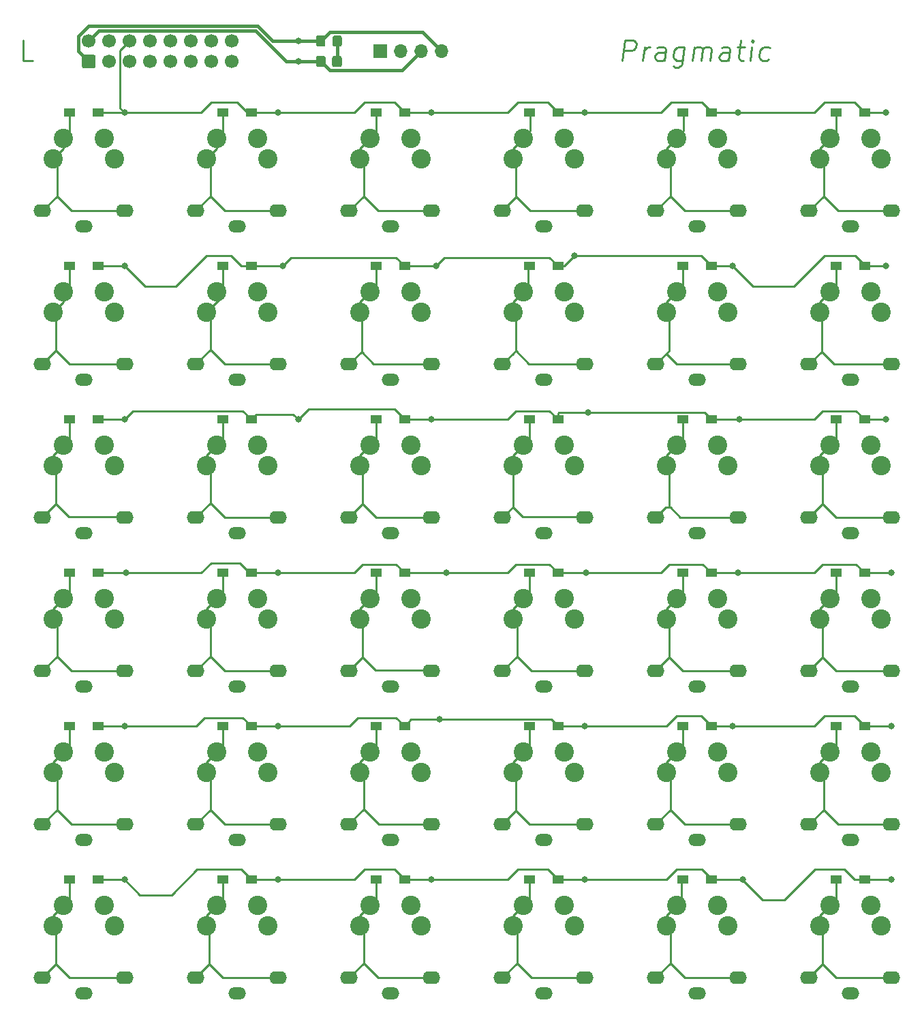
<source format=gtl>
%TF.GenerationSoftware,KiCad,Pcbnew,(5.1.12-1-10_14)*%
%TF.CreationDate,2021-11-20T16:42:31+08:00*%
%TF.ProjectId,Pragmatic,50726167-6d61-4746-9963-2e6b69636164,0.2*%
%TF.SameCoordinates,Original*%
%TF.FileFunction,Copper,L1,Top*%
%TF.FilePolarity,Positive*%
%FSLAX46Y46*%
G04 Gerber Fmt 4.6, Leading zero omitted, Abs format (unit mm)*
G04 Created by KiCad (PCBNEW (5.1.12-1-10_14)) date 2021-11-20 16:42:31*
%MOMM*%
%LPD*%
G01*
G04 APERTURE LIST*
%TA.AperFunction,NonConductor*%
%ADD10C,0.254000*%
%TD*%
%ADD11C,0.254000*%
%TA.AperFunction,ComponentPad*%
%ADD12C,2.400000*%
%TD*%
%TA.AperFunction,ComponentPad*%
%ADD13O,2.200000X1.600000*%
%TD*%
%TA.AperFunction,ComponentPad*%
%ADD14O,2.200000X1.500000*%
%TD*%
%TA.AperFunction,ComponentPad*%
%ADD15C,1.700000*%
%TD*%
%TA.AperFunction,ComponentPad*%
%ADD16O,1.700000X1.700000*%
%TD*%
%TA.AperFunction,ComponentPad*%
%ADD17R,1.700000X1.700000*%
%TD*%
%TA.AperFunction,SMDPad,CuDef*%
%ADD18R,1.400000X1.000000*%
%TD*%
%TA.AperFunction,ViaPad*%
%ADD19C,0.800000*%
%TD*%
%TA.AperFunction,Conductor*%
%ADD20C,0.250000*%
%TD*%
%TA.AperFunction,Conductor*%
%ADD21C,0.400000*%
%TD*%
G04 APERTURE END LIST*
D10*
X50824190Y-42424047D02*
X49614666Y-42424047D01*
X49614666Y-39884047D01*
D11*
X124095404Y-42424047D02*
X124412904Y-39884047D01*
X125380523Y-39884047D01*
X125607308Y-40005000D01*
X125713142Y-40125952D01*
X125803856Y-40367857D01*
X125758499Y-40730714D01*
X125607308Y-40972619D01*
X125471237Y-41093571D01*
X125214213Y-41214523D01*
X124246594Y-41214523D01*
X126635404Y-42424047D02*
X126847070Y-40730714D01*
X126786594Y-41214523D02*
X126937785Y-40972619D01*
X127073856Y-40851666D01*
X127330880Y-40730714D01*
X127572785Y-40730714D01*
X129296356Y-42424047D02*
X129462666Y-41093571D01*
X129371951Y-40851666D01*
X129145166Y-40730714D01*
X128661356Y-40730714D01*
X128404332Y-40851666D01*
X129311475Y-42303095D02*
X129054451Y-42424047D01*
X128449689Y-42424047D01*
X128222904Y-42303095D01*
X128132189Y-42061190D01*
X128162427Y-41819285D01*
X128313618Y-41577380D01*
X128570642Y-41456428D01*
X129175404Y-41456428D01*
X129432427Y-41335476D01*
X131806118Y-40730714D02*
X131549094Y-42786904D01*
X131397904Y-43028809D01*
X131261832Y-43149761D01*
X131004808Y-43270714D01*
X130641951Y-43270714D01*
X130415166Y-43149761D01*
X131609570Y-42303095D02*
X131352547Y-42424047D01*
X130868737Y-42424047D01*
X130641951Y-42303095D01*
X130536118Y-42182142D01*
X130445404Y-41940238D01*
X130536118Y-41214523D01*
X130687308Y-40972619D01*
X130823380Y-40851666D01*
X131080404Y-40730714D01*
X131564213Y-40730714D01*
X131790999Y-40851666D01*
X132803975Y-42424047D02*
X133015642Y-40730714D01*
X132985404Y-40972619D02*
X133121475Y-40851666D01*
X133378499Y-40730714D01*
X133741356Y-40730714D01*
X133968142Y-40851666D01*
X134058856Y-41093571D01*
X133892547Y-42424047D01*
X134058856Y-41093571D02*
X134210047Y-40851666D01*
X134467070Y-40730714D01*
X134829927Y-40730714D01*
X135056713Y-40851666D01*
X135147427Y-41093571D01*
X134981118Y-42424047D01*
X137279213Y-42424047D02*
X137445523Y-41093571D01*
X137354808Y-40851666D01*
X137128023Y-40730714D01*
X136644213Y-40730714D01*
X136387189Y-40851666D01*
X137294332Y-42303095D02*
X137037308Y-42424047D01*
X136432547Y-42424047D01*
X136205761Y-42303095D01*
X136115047Y-42061190D01*
X136145285Y-41819285D01*
X136296475Y-41577380D01*
X136553499Y-41456428D01*
X137158261Y-41456428D01*
X137415285Y-41335476D01*
X138337547Y-40730714D02*
X139305166Y-40730714D01*
X138806237Y-39884047D02*
X138534094Y-42061190D01*
X138624808Y-42303095D01*
X138851594Y-42424047D01*
X139093499Y-42424047D01*
X139940166Y-42424047D02*
X140151832Y-40730714D01*
X140257666Y-39884047D02*
X140121594Y-40005000D01*
X140227427Y-40125952D01*
X140363499Y-40005000D01*
X140257666Y-39884047D01*
X140227427Y-40125952D01*
X142253380Y-42303095D02*
X141996356Y-42424047D01*
X141512547Y-42424047D01*
X141285761Y-42303095D01*
X141179927Y-42182142D01*
X141089213Y-41940238D01*
X141179927Y-41214523D01*
X141331118Y-40972619D01*
X141467189Y-40851666D01*
X141724213Y-40730714D01*
X142208023Y-40730714D01*
X142434808Y-40851666D01*
D12*
X60960000Y-54610000D03*
D13*
X62250000Y-61050000D03*
D12*
X54610000Y-52070000D03*
X53340000Y-54610000D03*
D13*
X52050000Y-61050000D03*
D12*
X59690000Y-52070000D03*
X59690000Y-52070000D03*
D13*
X52050000Y-61050000D03*
D14*
X57150000Y-63050000D03*
D12*
X53340000Y-54610000D03*
D15*
X75565000Y-40005000D03*
X73025000Y-40005000D03*
X70485000Y-40005000D03*
X67945000Y-40005000D03*
X65405000Y-40005000D03*
X62865000Y-40005000D03*
X60325000Y-40005000D03*
X57785000Y-40005000D03*
X75565000Y-42545000D03*
X73025000Y-42545000D03*
X70485000Y-42545000D03*
X67945000Y-42545000D03*
X65405000Y-42545000D03*
X62865000Y-42545000D03*
X60325000Y-42545000D03*
%TA.AperFunction,ComponentPad*%
G36*
G01*
X58385000Y-43395000D02*
X57185000Y-43395000D01*
G75*
G02*
X56935000Y-43145000I0J250000D01*
G01*
X56935000Y-41945000D01*
G75*
G02*
X57185000Y-41695000I250000J0D01*
G01*
X58385000Y-41695000D01*
G75*
G02*
X58635000Y-41945000I0J-250000D01*
G01*
X58635000Y-43145000D01*
G75*
G02*
X58385000Y-43395000I-250000J0D01*
G01*
G37*
%TD.AperFunction*%
D16*
X101600000Y-41275000D03*
X99060000Y-41275000D03*
X96520000Y-41275000D03*
D17*
X93980000Y-41275000D03*
%TA.AperFunction,SMDPad,CuDef*%
G36*
G01*
X88030000Y-42995001D02*
X88030000Y-42094999D01*
G75*
G02*
X88279999Y-41845000I249999J0D01*
G01*
X88980001Y-41845000D01*
G75*
G02*
X89230000Y-42094999I0J-249999D01*
G01*
X89230000Y-42995001D01*
G75*
G02*
X88980001Y-43245000I-249999J0D01*
G01*
X88279999Y-43245000D01*
G75*
G02*
X88030000Y-42995001I0J249999D01*
G01*
G37*
%TD.AperFunction*%
%TA.AperFunction,SMDPad,CuDef*%
G36*
G01*
X86030000Y-42995001D02*
X86030000Y-42094999D01*
G75*
G02*
X86279999Y-41845000I249999J0D01*
G01*
X86980001Y-41845000D01*
G75*
G02*
X87230000Y-42094999I0J-249999D01*
G01*
X87230000Y-42995001D01*
G75*
G02*
X86980001Y-43245000I-249999J0D01*
G01*
X86279999Y-43245000D01*
G75*
G02*
X86030000Y-42995001I0J249999D01*
G01*
G37*
%TD.AperFunction*%
%TA.AperFunction,SMDPad,CuDef*%
G36*
G01*
X88080000Y-40455001D02*
X88080000Y-39554999D01*
G75*
G02*
X88329999Y-39305000I249999J0D01*
G01*
X88980001Y-39305000D01*
G75*
G02*
X89230000Y-39554999I0J-249999D01*
G01*
X89230000Y-40455001D01*
G75*
G02*
X88980001Y-40705000I-249999J0D01*
G01*
X88329999Y-40705000D01*
G75*
G02*
X88080000Y-40455001I0J249999D01*
G01*
G37*
%TD.AperFunction*%
%TA.AperFunction,SMDPad,CuDef*%
G36*
G01*
X86030000Y-40455001D02*
X86030000Y-39554999D01*
G75*
G02*
X86279999Y-39305000I249999J0D01*
G01*
X86930001Y-39305000D01*
G75*
G02*
X87180000Y-39554999I0J-249999D01*
G01*
X87180000Y-40455001D01*
G75*
G02*
X86930001Y-40705000I-249999J0D01*
G01*
X86279999Y-40705000D01*
G75*
G02*
X86030000Y-40455001I0J249999D01*
G01*
G37*
%TD.AperFunction*%
D12*
X156210000Y-149860000D03*
D13*
X157500000Y-156300000D03*
D12*
X149860000Y-147320000D03*
X148590000Y-149860000D03*
D13*
X147300000Y-156300000D03*
D12*
X154940000Y-147320000D03*
X154940000Y-147320000D03*
D13*
X147300000Y-156300000D03*
D14*
X152400000Y-158300000D03*
D12*
X148590000Y-149860000D03*
X137160000Y-149860000D03*
D13*
X138450000Y-156300000D03*
D12*
X130810000Y-147320000D03*
X129540000Y-149860000D03*
D13*
X128250000Y-156300000D03*
D12*
X135890000Y-147320000D03*
X135890000Y-147320000D03*
D13*
X128250000Y-156300000D03*
D14*
X133350000Y-158300000D03*
D12*
X129540000Y-149860000D03*
X118110000Y-149860000D03*
D13*
X119400000Y-156300000D03*
D12*
X111760000Y-147320000D03*
X110490000Y-149860000D03*
D13*
X109200000Y-156300000D03*
D12*
X116840000Y-147320000D03*
X116840000Y-147320000D03*
D13*
X109200000Y-156300000D03*
D14*
X114300000Y-158300000D03*
D12*
X110490000Y-149860000D03*
X99060000Y-149860000D03*
D13*
X100350000Y-156300000D03*
D12*
X92710000Y-147320000D03*
X91440000Y-149860000D03*
D13*
X90150000Y-156300000D03*
D12*
X97790000Y-147320000D03*
X97790000Y-147320000D03*
D13*
X90150000Y-156300000D03*
D14*
X95250000Y-158300000D03*
D12*
X91440000Y-149860000D03*
X80010000Y-149860000D03*
D13*
X81300000Y-156300000D03*
D12*
X73660000Y-147320000D03*
X72390000Y-149860000D03*
D13*
X71100000Y-156300000D03*
D12*
X78740000Y-147320000D03*
X78740000Y-147320000D03*
D13*
X71100000Y-156300000D03*
D14*
X76200000Y-158300000D03*
D12*
X72390000Y-149860000D03*
X60960000Y-149860000D03*
D13*
X62250000Y-156300000D03*
D12*
X54610000Y-147320000D03*
X53340000Y-149860000D03*
D13*
X52050000Y-156300000D03*
D12*
X59690000Y-147320000D03*
X59690000Y-147320000D03*
D13*
X52050000Y-156300000D03*
D14*
X57150000Y-158300000D03*
D12*
X53340000Y-149860000D03*
X156210000Y-130810000D03*
D13*
X157500000Y-137250000D03*
D12*
X149860000Y-128270000D03*
X148590000Y-130810000D03*
D13*
X147300000Y-137250000D03*
D12*
X154940000Y-128270000D03*
X154940000Y-128270000D03*
D13*
X147300000Y-137250000D03*
D14*
X152400000Y-139250000D03*
D12*
X148590000Y-130810000D03*
X137160000Y-130810000D03*
D13*
X138450000Y-137250000D03*
D12*
X130810000Y-128270000D03*
X129540000Y-130810000D03*
D13*
X128250000Y-137250000D03*
D12*
X135890000Y-128270000D03*
X135890000Y-128270000D03*
D13*
X128250000Y-137250000D03*
D14*
X133350000Y-139250000D03*
D12*
X129540000Y-130810000D03*
X118110000Y-130810000D03*
D13*
X119400000Y-137250000D03*
D12*
X111760000Y-128270000D03*
X110490000Y-130810000D03*
D13*
X109200000Y-137250000D03*
D12*
X116840000Y-128270000D03*
X116840000Y-128270000D03*
D13*
X109200000Y-137250000D03*
D14*
X114300000Y-139250000D03*
D12*
X110490000Y-130810000D03*
X99060000Y-130810000D03*
D13*
X100350000Y-137250000D03*
D12*
X92710000Y-128270000D03*
X91440000Y-130810000D03*
D13*
X90150000Y-137250000D03*
D12*
X97790000Y-128270000D03*
X97790000Y-128270000D03*
D13*
X90150000Y-137250000D03*
D14*
X95250000Y-139250000D03*
D12*
X91440000Y-130810000D03*
X80010000Y-130810000D03*
D13*
X81300000Y-137250000D03*
D12*
X73660000Y-128270000D03*
X72390000Y-130810000D03*
D13*
X71100000Y-137250000D03*
D12*
X78740000Y-128270000D03*
X78740000Y-128270000D03*
D13*
X71100000Y-137250000D03*
D14*
X76200000Y-139250000D03*
D12*
X72390000Y-130810000D03*
X60960000Y-130810000D03*
D13*
X62250000Y-137250000D03*
D12*
X54610000Y-128270000D03*
X53340000Y-130810000D03*
D13*
X52050000Y-137250000D03*
D12*
X59690000Y-128270000D03*
X59690000Y-128270000D03*
D13*
X52050000Y-137250000D03*
D14*
X57150000Y-139250000D03*
D12*
X53340000Y-130810000D03*
X156210000Y-111760000D03*
D13*
X157500000Y-118200000D03*
D12*
X149860000Y-109220000D03*
X148590000Y-111760000D03*
D13*
X147300000Y-118200000D03*
D12*
X154940000Y-109220000D03*
X154940000Y-109220000D03*
D13*
X147300000Y-118200000D03*
D14*
X152400000Y-120200000D03*
D12*
X148590000Y-111760000D03*
X137160000Y-111760000D03*
D13*
X138450000Y-118200000D03*
D12*
X130810000Y-109220000D03*
X129540000Y-111760000D03*
D13*
X128250000Y-118200000D03*
D12*
X135890000Y-109220000D03*
X135890000Y-109220000D03*
D13*
X128250000Y-118200000D03*
D14*
X133350000Y-120200000D03*
D12*
X129540000Y-111760000D03*
X118110000Y-111760000D03*
D13*
X119400000Y-118200000D03*
D12*
X111760000Y-109220000D03*
X110490000Y-111760000D03*
D13*
X109200000Y-118200000D03*
D12*
X116840000Y-109220000D03*
X116840000Y-109220000D03*
D13*
X109200000Y-118200000D03*
D14*
X114300000Y-120200000D03*
D12*
X110490000Y-111760000D03*
X99060000Y-111760000D03*
D13*
X100350000Y-118200000D03*
D12*
X92710000Y-109220000D03*
X91440000Y-111760000D03*
D13*
X90150000Y-118200000D03*
D12*
X97790000Y-109220000D03*
X97790000Y-109220000D03*
D13*
X90150000Y-118200000D03*
D14*
X95250000Y-120200000D03*
D12*
X91440000Y-111760000D03*
X80010000Y-111760000D03*
D13*
X81300000Y-118200000D03*
D12*
X73660000Y-109220000D03*
X72390000Y-111760000D03*
D13*
X71100000Y-118200000D03*
D12*
X78740000Y-109220000D03*
X78740000Y-109220000D03*
D13*
X71100000Y-118200000D03*
D14*
X76200000Y-120200000D03*
D12*
X72390000Y-111760000D03*
X60960000Y-111760000D03*
D13*
X62250000Y-118200000D03*
D12*
X54610000Y-109220000D03*
X53340000Y-111760000D03*
D13*
X52050000Y-118200000D03*
D12*
X59690000Y-109220000D03*
X59690000Y-109220000D03*
D13*
X52050000Y-118200000D03*
D14*
X57150000Y-120200000D03*
D12*
X53340000Y-111760000D03*
X156210000Y-92710000D03*
D13*
X157500000Y-99150000D03*
D12*
X149860000Y-90170000D03*
X148590000Y-92710000D03*
D13*
X147300000Y-99150000D03*
D12*
X154940000Y-90170000D03*
X154940000Y-90170000D03*
D13*
X147300000Y-99150000D03*
D14*
X152400000Y-101150000D03*
D12*
X148590000Y-92710000D03*
X137160000Y-92710000D03*
D13*
X138450000Y-99150000D03*
D12*
X130810000Y-90170000D03*
X129540000Y-92710000D03*
D13*
X128250000Y-99150000D03*
D12*
X135890000Y-90170000D03*
X135890000Y-90170000D03*
D13*
X128250000Y-99150000D03*
D14*
X133350000Y-101150000D03*
D12*
X129540000Y-92710000D03*
X118110000Y-92710000D03*
D13*
X119400000Y-99150000D03*
D12*
X111760000Y-90170000D03*
X110490000Y-92710000D03*
D13*
X109200000Y-99150000D03*
D12*
X116840000Y-90170000D03*
X116840000Y-90170000D03*
D13*
X109200000Y-99150000D03*
D14*
X114300000Y-101150000D03*
D12*
X110490000Y-92710000D03*
X99060000Y-92710000D03*
D13*
X100350000Y-99150000D03*
D12*
X92710000Y-90170000D03*
X91440000Y-92710000D03*
D13*
X90150000Y-99150000D03*
D12*
X97790000Y-90170000D03*
X97790000Y-90170000D03*
D13*
X90150000Y-99150000D03*
D14*
X95250000Y-101150000D03*
D12*
X91440000Y-92710000D03*
X80010000Y-92710000D03*
D13*
X81300000Y-99150000D03*
D12*
X73660000Y-90170000D03*
X72390000Y-92710000D03*
D13*
X71100000Y-99150000D03*
D12*
X78740000Y-90170000D03*
X78740000Y-90170000D03*
D13*
X71100000Y-99150000D03*
D14*
X76200000Y-101150000D03*
D12*
X72390000Y-92710000D03*
X60960000Y-92710000D03*
D13*
X62250000Y-99150000D03*
D12*
X54610000Y-90170000D03*
X53340000Y-92710000D03*
D13*
X52050000Y-99150000D03*
D12*
X59690000Y-90170000D03*
X59690000Y-90170000D03*
D13*
X52050000Y-99150000D03*
D14*
X57150000Y-101150000D03*
D12*
X53340000Y-92710000D03*
X156210000Y-73660000D03*
D13*
X157500000Y-80100000D03*
D12*
X149860000Y-71120000D03*
X148590000Y-73660000D03*
D13*
X147300000Y-80100000D03*
D12*
X154940000Y-71120000D03*
X154940000Y-71120000D03*
D13*
X147300000Y-80100000D03*
D14*
X152400000Y-82100000D03*
D12*
X148590000Y-73660000D03*
X137160000Y-73660000D03*
D13*
X138450000Y-80100000D03*
D12*
X130810000Y-71120000D03*
X129540000Y-73660000D03*
D13*
X128250000Y-80100000D03*
D12*
X135890000Y-71120000D03*
X135890000Y-71120000D03*
D13*
X128250000Y-80100000D03*
D14*
X133350000Y-82100000D03*
D12*
X129540000Y-73660000D03*
X118110000Y-73660000D03*
D13*
X119400000Y-80100000D03*
D12*
X111760000Y-71120000D03*
X110490000Y-73660000D03*
D13*
X109200000Y-80100000D03*
D12*
X116840000Y-71120000D03*
X116840000Y-71120000D03*
D13*
X109200000Y-80100000D03*
D14*
X114300000Y-82100000D03*
D12*
X110490000Y-73660000D03*
X99060000Y-73660000D03*
D13*
X100350000Y-80100000D03*
D12*
X92710000Y-71120000D03*
X91440000Y-73660000D03*
D13*
X90150000Y-80100000D03*
D12*
X97790000Y-71120000D03*
X97790000Y-71120000D03*
D13*
X90150000Y-80100000D03*
D14*
X95250000Y-82100000D03*
D12*
X91440000Y-73660000D03*
X156210000Y-54610000D03*
D13*
X157500000Y-61050000D03*
D12*
X149860000Y-52070000D03*
X148590000Y-54610000D03*
D13*
X147300000Y-61050000D03*
D12*
X154940000Y-52070000D03*
X154940000Y-52070000D03*
D13*
X147300000Y-61050000D03*
D14*
X152400000Y-63050000D03*
D12*
X148590000Y-54610000D03*
X137160000Y-54610000D03*
D13*
X138450000Y-61050000D03*
D12*
X130810000Y-52070000D03*
X129540000Y-54610000D03*
D13*
X128250000Y-61050000D03*
D12*
X135890000Y-52070000D03*
X135890000Y-52070000D03*
D13*
X128250000Y-61050000D03*
D14*
X133350000Y-63050000D03*
D12*
X129540000Y-54610000D03*
X118110000Y-54610000D03*
D13*
X119400000Y-61050000D03*
D12*
X111760000Y-52070000D03*
X110490000Y-54610000D03*
D13*
X109200000Y-61050000D03*
D12*
X116840000Y-52070000D03*
X116840000Y-52070000D03*
D13*
X109200000Y-61050000D03*
D14*
X114300000Y-63050000D03*
D12*
X110490000Y-54610000D03*
X99060000Y-54610000D03*
D13*
X100350000Y-61050000D03*
D12*
X92710000Y-52070000D03*
X91440000Y-54610000D03*
D13*
X90150000Y-61050000D03*
D12*
X97790000Y-52070000D03*
X97790000Y-52070000D03*
D13*
X90150000Y-61050000D03*
D14*
X95250000Y-63050000D03*
D12*
X91440000Y-54610000D03*
D18*
X150625000Y-144145000D03*
X154175000Y-144145000D03*
X131575000Y-144145000D03*
X135125000Y-144145000D03*
X112525000Y-144145000D03*
X116075000Y-144145000D03*
X93475000Y-144145000D03*
X97025000Y-144145000D03*
X74425000Y-144145000D03*
X77975000Y-144145000D03*
X55375000Y-144145000D03*
X58925000Y-144145000D03*
X150625000Y-125095000D03*
X154175000Y-125095000D03*
X131575000Y-125095000D03*
X135125000Y-125095000D03*
X112525000Y-125095000D03*
X116075000Y-125095000D03*
X93475000Y-125095000D03*
X97025000Y-125095000D03*
X74425000Y-125095000D03*
X77975000Y-125095000D03*
X55375000Y-125095000D03*
X58925000Y-125095000D03*
X150625000Y-106045000D03*
X154175000Y-106045000D03*
X131575000Y-106045000D03*
X135125000Y-106045000D03*
X112525000Y-106045000D03*
X116075000Y-106045000D03*
X93475000Y-106045000D03*
X97025000Y-106045000D03*
X74425000Y-106045000D03*
X77975000Y-106045000D03*
X55375000Y-106045000D03*
X58925000Y-106045000D03*
X150625000Y-86995000D03*
X154175000Y-86995000D03*
X131575000Y-86995000D03*
X135125000Y-86995000D03*
X112525000Y-86995000D03*
X116075000Y-86995000D03*
X93475000Y-86995000D03*
X97025000Y-86995000D03*
X74425000Y-86995000D03*
X77975000Y-86995000D03*
X55375000Y-86995000D03*
X58925000Y-86995000D03*
X150625000Y-67945000D03*
X154175000Y-67945000D03*
X131575000Y-67945000D03*
X135125000Y-67945000D03*
X112525000Y-67945000D03*
X116075000Y-67945000D03*
X93475000Y-67945000D03*
X97025000Y-67945000D03*
X150625000Y-48895000D03*
X154175000Y-48895000D03*
X131575000Y-48895000D03*
X135125000Y-48895000D03*
X112525000Y-48895000D03*
X116075000Y-48895000D03*
X93475000Y-48895000D03*
X97025000Y-48895000D03*
D12*
X80010000Y-73660000D03*
D13*
X81300000Y-80100000D03*
D12*
X73660000Y-71120000D03*
X72390000Y-73660000D03*
D13*
X71100000Y-80100000D03*
D12*
X78740000Y-71120000D03*
X78740000Y-71120000D03*
D13*
X71100000Y-80100000D03*
D14*
X76200000Y-82100000D03*
D12*
X72390000Y-73660000D03*
X60960000Y-73660000D03*
D13*
X62250000Y-80100000D03*
D12*
X54610000Y-71120000D03*
X53340000Y-73660000D03*
D13*
X52050000Y-80100000D03*
D12*
X59690000Y-71120000D03*
X59690000Y-71120000D03*
D13*
X52050000Y-80100000D03*
D14*
X57150000Y-82100000D03*
D12*
X53340000Y-73660000D03*
X80010000Y-54610000D03*
D13*
X81300000Y-61050000D03*
D12*
X73660000Y-52070000D03*
X72390000Y-54610000D03*
D13*
X71100000Y-61050000D03*
D12*
X78740000Y-52070000D03*
X78740000Y-52070000D03*
D13*
X71100000Y-61050000D03*
D14*
X76200000Y-63050000D03*
D12*
X72390000Y-54610000D03*
D18*
X74425000Y-67945000D03*
X77975000Y-67945000D03*
X55375000Y-67945000D03*
X58925000Y-67945000D03*
X74425000Y-48895000D03*
X77975000Y-48895000D03*
X55375000Y-48895000D03*
X58925000Y-48895000D03*
D19*
X100330000Y-48895000D03*
X62230000Y-48895000D03*
X156845000Y-48895000D03*
X81280000Y-48895000D03*
X119380000Y-48895000D03*
X138430000Y-48895000D03*
X118110000Y-66675000D03*
X137795000Y-67945006D03*
X62230000Y-67945000D03*
X100965000Y-67945000D03*
X81914998Y-67945000D03*
X156845000Y-67945000D03*
X83820000Y-42545000D03*
X83820000Y-86995000D03*
X62230022Y-86995000D03*
X119824999Y-86169999D03*
X156845000Y-86995000D03*
X100329992Y-86995000D03*
X138620001Y-86995000D03*
X83820000Y-40005000D03*
X157480000Y-106045000D03*
X102235000Y-106045000D03*
X81280000Y-106045000D03*
X119570001Y-106045000D03*
X138430000Y-106045000D03*
X62420015Y-106045000D03*
X101409999Y-124269999D03*
X137795000Y-125095000D03*
X119380018Y-125095000D03*
X157480000Y-125095000D03*
X81280020Y-125095000D03*
X62230000Y-125095000D03*
X139065000Y-144145004D03*
X81280000Y-144145000D03*
X62230009Y-144145009D03*
X100330000Y-144145014D03*
X119379996Y-144145000D03*
X157480000Y-144145000D03*
X88654982Y-40005000D03*
D20*
X55375000Y-48895000D02*
X55375000Y-51305000D01*
X54610000Y-52070000D02*
X54610000Y-53340000D01*
X54610000Y-53340000D02*
X53340000Y-54610000D01*
X55375000Y-51305000D02*
X54610000Y-52070000D01*
X53848000Y-59252000D02*
X52050000Y-61050000D01*
X53848000Y-55118000D02*
X53848000Y-59252000D01*
X53340000Y-54610000D02*
X53848000Y-55118000D01*
X55646000Y-61050000D02*
X62250000Y-61050000D01*
X53848000Y-59252000D02*
X55646000Y-61050000D01*
X135255000Y-48895000D02*
X135255000Y-49010000D01*
X97025000Y-48895000D02*
X100330000Y-48895000D01*
X61689999Y-48354999D02*
X62230000Y-48895000D01*
X61689999Y-41180001D02*
X61689999Y-48354999D01*
X62865000Y-40005000D02*
X61689999Y-41180001D01*
X154175000Y-48895000D02*
X156845000Y-48895000D01*
X77975000Y-48895000D02*
X81280000Y-48895000D01*
X90805000Y-48895000D02*
X81280000Y-48895000D01*
X95755000Y-47625000D02*
X92075000Y-47625000D01*
X92075000Y-47625000D02*
X90805000Y-48895000D01*
X97025000Y-48895000D02*
X95755000Y-47625000D01*
X116075000Y-48895000D02*
X119380000Y-48895000D01*
X135255000Y-48895000D02*
X138430000Y-48895000D01*
X114805000Y-47625000D02*
X116075000Y-48895000D01*
X111125000Y-47625000D02*
X114805000Y-47625000D01*
X109855000Y-48895000D02*
X111125000Y-47625000D01*
X100330000Y-48895000D02*
X109855000Y-48895000D01*
X128905000Y-48895000D02*
X119380000Y-48895000D01*
X130175000Y-47625000D02*
X128905000Y-48895000D01*
X133985000Y-47625000D02*
X130175000Y-47625000D01*
X135255000Y-48895000D02*
X133985000Y-47625000D01*
X149225000Y-47625000D02*
X147955000Y-48895000D01*
X147955000Y-48895000D02*
X138430000Y-48895000D01*
X152905000Y-47625000D02*
X149225000Y-47625000D01*
X154175000Y-48895000D02*
X152905000Y-47625000D01*
X77470000Y-48895000D02*
X77975000Y-48895000D01*
X76200000Y-47625000D02*
X77470000Y-48895000D01*
X71755000Y-48895000D02*
X73025000Y-47625000D01*
X73025000Y-47625000D02*
X76200000Y-47625000D01*
X58925000Y-48895000D02*
X71755000Y-48895000D01*
X73660000Y-53340000D02*
X72390000Y-54610000D01*
X73660000Y-52070000D02*
X73660000Y-53340000D01*
X74425000Y-51305000D02*
X73660000Y-52070000D01*
X74425000Y-48895000D02*
X74425000Y-51305000D01*
X72898000Y-55118000D02*
X72898000Y-59252000D01*
X72898000Y-59252000D02*
X71100000Y-61050000D01*
X72390000Y-54610000D02*
X72898000Y-55118000D01*
X74696000Y-61050000D02*
X81300000Y-61050000D01*
X72898000Y-59252000D02*
X74696000Y-61050000D01*
X53721000Y-78429000D02*
X52050000Y-80100000D01*
X53721000Y-74041000D02*
X53721000Y-78429000D01*
X53340000Y-73660000D02*
X53721000Y-74041000D01*
X54610000Y-72390000D02*
X53340000Y-73660000D01*
X54610000Y-71120000D02*
X54610000Y-72390000D01*
X55375000Y-70355000D02*
X54610000Y-71120000D01*
X55375000Y-67945000D02*
X55375000Y-70355000D01*
X55392000Y-80100000D02*
X62250000Y-80100000D01*
X53721000Y-78429000D02*
X55392000Y-80100000D01*
X133855000Y-66675000D02*
X135125000Y-67945000D01*
X118110000Y-66675000D02*
X133855000Y-66675000D01*
X116840000Y-67945000D02*
X118110000Y-66675000D01*
X116075000Y-67945000D02*
X116840000Y-67945000D01*
X135125000Y-67945000D02*
X137794994Y-67945000D01*
X137794994Y-67945000D02*
X137795000Y-67945006D01*
X58925000Y-67945000D02*
X62230000Y-67945000D01*
X76720001Y-67945000D02*
X77975000Y-67945000D01*
X75450001Y-66675000D02*
X76720001Y-67945000D01*
X72390000Y-66675000D02*
X75450001Y-66675000D01*
X68580000Y-70485000D02*
X72390000Y-66675000D01*
X64770000Y-70485000D02*
X68580000Y-70485000D01*
X62230000Y-67945000D02*
X64770000Y-70485000D01*
X97025000Y-67945000D02*
X100965000Y-67945000D01*
X101999999Y-66910001D02*
X100965000Y-67945000D01*
X116075000Y-67945000D02*
X115040001Y-66910001D01*
X115040001Y-66910001D02*
X101999999Y-66910001D01*
X77975000Y-67945000D02*
X81914998Y-67945000D01*
X97025000Y-67945000D02*
X95990001Y-66910001D01*
X95990001Y-66910001D02*
X82949997Y-66910001D01*
X82949997Y-66910001D02*
X81914998Y-67945000D01*
X154175000Y-67945000D02*
X156845000Y-67945000D01*
X140335000Y-70485000D02*
X137795000Y-67945000D01*
X145415000Y-70485000D02*
X140335000Y-70485000D01*
X154175000Y-67822500D02*
X153027500Y-66675000D01*
X149225000Y-66675000D02*
X145415000Y-70485000D01*
X153027500Y-66675000D02*
X149225000Y-66675000D01*
X137795000Y-67945000D02*
X137795000Y-67945006D01*
X154175000Y-67945000D02*
X154175000Y-67822500D01*
X74425000Y-71625000D02*
X72390000Y-73660000D01*
X74425000Y-67945000D02*
X74425000Y-71625000D01*
X72898000Y-78302000D02*
X71100000Y-80100000D01*
X72898000Y-74168000D02*
X72898000Y-78302000D01*
X72390000Y-73660000D02*
X72898000Y-74168000D01*
X74696000Y-80100000D02*
X81300000Y-80100000D01*
X72898000Y-78302000D02*
X74696000Y-80100000D01*
D21*
X86995000Y-42545000D02*
X83820000Y-42545000D01*
X96689990Y-43645010D02*
X87730010Y-43645010D01*
X87730010Y-43645010D02*
X86630000Y-42545000D01*
X99060000Y-41275000D02*
X96689990Y-43645010D01*
X78546457Y-38754999D02*
X82336458Y-42545000D01*
X57785000Y-40005000D02*
X59035001Y-38754999D01*
X82336458Y-42545000D02*
X83820000Y-42545000D01*
X59035001Y-38754999D02*
X78546457Y-38754999D01*
D20*
X83185000Y-86360000D02*
X83820000Y-86995000D01*
X78610000Y-86360000D02*
X83185000Y-86360000D01*
X77975000Y-86995000D02*
X78610000Y-86360000D01*
X58925000Y-86995000D02*
X62230022Y-86995000D01*
X76940001Y-85960001D02*
X63265021Y-85960001D01*
X77975000Y-86995000D02*
X76940001Y-85960001D01*
X63265021Y-85960001D02*
X62230022Y-86995000D01*
X85090000Y-85725000D02*
X83820000Y-86995000D01*
X95755000Y-85725000D02*
X85090000Y-85725000D01*
X97025000Y-86995000D02*
X95755000Y-85725000D01*
X134299999Y-86169999D02*
X135125000Y-86995000D01*
X116075000Y-86245000D02*
X116150001Y-86169999D01*
X116075000Y-86995000D02*
X116075000Y-86245000D01*
X119824999Y-86169999D02*
X134299999Y-86169999D01*
X116150001Y-86169999D02*
X119824999Y-86169999D01*
X154175000Y-86995000D02*
X156845000Y-86995000D01*
X97025000Y-86995000D02*
X100329992Y-86995000D01*
X110889999Y-85960001D02*
X109855000Y-86995000D01*
X109855000Y-86995000D02*
X100329992Y-86995000D01*
X115040001Y-85960001D02*
X110889999Y-85960001D01*
X116075000Y-86995000D02*
X115040001Y-85960001D01*
X135125000Y-86995000D02*
X138620001Y-86995000D01*
X147955000Y-86995000D02*
X138620001Y-86995000D01*
X153140001Y-85960001D02*
X148989999Y-85960001D01*
X148989999Y-85960001D02*
X147955000Y-86995000D01*
X154175000Y-86995000D02*
X153140001Y-85960001D01*
D21*
X86605000Y-40005000D02*
X83820000Y-40005000D01*
X87705010Y-38904990D02*
X86605000Y-40005000D01*
X99229990Y-38904990D02*
X87705010Y-38904990D01*
X101600000Y-41275000D02*
X99229990Y-38904990D01*
X80645000Y-40005000D02*
X83820000Y-40005000D01*
X78794988Y-38154988D02*
X80645000Y-40005000D01*
X56515000Y-39370000D02*
X57730012Y-38154988D01*
X56515000Y-41275000D02*
X56515000Y-39370000D01*
X57785000Y-42545000D02*
X56515000Y-41275000D01*
X57730012Y-38154988D02*
X78794988Y-38154988D01*
D20*
X157480000Y-106045000D02*
X154175000Y-106045000D01*
X97025000Y-106045000D02*
X102235000Y-106045000D01*
X109855000Y-106045000D02*
X102235000Y-106045000D01*
X115039992Y-105009992D02*
X110890008Y-105009992D01*
X110890008Y-105009992D02*
X109855000Y-106045000D01*
X116075000Y-106045000D02*
X115039992Y-105009992D01*
X77975000Y-106045000D02*
X81280000Y-106045000D01*
X90805000Y-106045000D02*
X81280000Y-106045000D01*
X91839999Y-105010001D02*
X90805000Y-106045000D01*
X95990001Y-105010001D02*
X91839999Y-105010001D01*
X97025000Y-106045000D02*
X95990001Y-105010001D01*
X116075000Y-106045000D02*
X119570001Y-106045000D01*
X128905000Y-106045000D02*
X119570001Y-106045000D01*
X129939999Y-105010001D02*
X128905000Y-106045000D01*
X134090001Y-105010001D02*
X129939999Y-105010001D01*
X135125000Y-106045000D02*
X134090001Y-105010001D01*
X135125000Y-106045000D02*
X138430000Y-106045000D01*
X147955000Y-106045000D02*
X138430000Y-106045000D01*
X148989999Y-105010001D02*
X147955000Y-106045000D01*
X153140001Y-105010001D02*
X148989999Y-105010001D01*
X154175000Y-106045000D02*
X153140001Y-105010001D01*
X58925000Y-106045000D02*
X62420015Y-106045000D01*
X71755000Y-106045000D02*
X62420015Y-106045000D01*
X72980002Y-104819998D02*
X71755000Y-106045000D01*
X76554998Y-104819998D02*
X72980002Y-104819998D01*
X77780000Y-106045000D02*
X76554998Y-104819998D01*
X77975000Y-106045000D02*
X77780000Y-106045000D01*
X115249999Y-124269999D02*
X116075000Y-125095000D01*
X97025000Y-125095000D02*
X97850001Y-124269999D01*
X101409999Y-124269999D02*
X115249999Y-124269999D01*
X97850001Y-124269999D02*
X101409999Y-124269999D01*
X137795000Y-125095000D02*
X135125000Y-125095000D01*
X116075000Y-125095000D02*
X119380018Y-125095000D01*
X129540000Y-125095000D02*
X119380018Y-125095000D01*
X130810000Y-123825000D02*
X129540000Y-125095000D01*
X133855000Y-123825000D02*
X130810000Y-123825000D01*
X135125000Y-125095000D02*
X133855000Y-123825000D01*
X152905000Y-123825000D02*
X154175000Y-125095000D01*
X149225000Y-123825000D02*
X152905000Y-123825000D01*
X147955000Y-125095000D02*
X149225000Y-123825000D01*
X137795000Y-125095000D02*
X147955000Y-125095000D01*
X154175000Y-125095000D02*
X157480000Y-125095000D01*
X77975000Y-125095000D02*
X81280020Y-125095000D01*
X90170000Y-125095000D02*
X81280020Y-125095000D01*
X91204999Y-124060001D02*
X90170000Y-125095000D01*
X95990001Y-124060001D02*
X91204999Y-124060001D01*
X97025000Y-125095000D02*
X95990001Y-124060001D01*
X58925000Y-125095000D02*
X62230000Y-125095000D01*
X72154999Y-124060001D02*
X71120000Y-125095000D01*
X71120000Y-125095000D02*
X62230000Y-125095000D01*
X76940001Y-124060001D02*
X72154999Y-124060001D01*
X77975000Y-125095000D02*
X76940001Y-124060001D01*
X77975000Y-144145000D02*
X81280000Y-144145000D01*
X58925000Y-144145000D02*
X62230000Y-144145000D01*
X62230000Y-144145000D02*
X62230009Y-144145009D01*
X76705000Y-142875000D02*
X71244999Y-142875000D01*
X68069999Y-146050000D02*
X64135000Y-146050000D01*
X77975000Y-144145000D02*
X76705000Y-142875000D01*
X71244999Y-142875000D02*
X68069999Y-146050000D01*
X64135000Y-146050000D02*
X62230009Y-144145009D01*
X100329986Y-144145000D02*
X100330000Y-144145014D01*
X97025000Y-144145000D02*
X100329986Y-144145000D01*
X116075000Y-144145000D02*
X119379996Y-144145000D01*
X90805000Y-144145000D02*
X81280000Y-144145000D01*
X92075000Y-142875000D02*
X90805000Y-144145000D01*
X95755000Y-142875000D02*
X92075000Y-142875000D01*
X97025000Y-144145000D02*
X95755000Y-142875000D01*
X109854989Y-144145014D02*
X100330000Y-144145014D01*
X111125003Y-142875000D02*
X109854989Y-144145014D01*
X114805000Y-142875000D02*
X111125003Y-142875000D01*
X116075000Y-144145000D02*
X114805000Y-142875000D01*
X154175000Y-144145000D02*
X157480000Y-144145000D01*
X133985000Y-142875000D02*
X130810000Y-142875000D01*
X135255004Y-144145004D02*
X133985000Y-142875000D01*
X129540000Y-144145000D02*
X119379996Y-144145000D01*
X141514999Y-146685000D02*
X138975003Y-144145004D01*
X144235001Y-146685000D02*
X141514999Y-146685000D01*
X130810000Y-142875000D02*
X129540000Y-144145000D01*
X148045001Y-142875000D02*
X144235001Y-146685000D01*
X138975003Y-144145004D02*
X135255004Y-144145004D01*
X154175000Y-144145000D02*
X152920001Y-144145000D01*
X151650001Y-142875000D02*
X148045001Y-142875000D01*
X152920001Y-144145000D02*
X151650001Y-142875000D01*
D21*
X88630000Y-42545000D02*
X88630000Y-40029982D01*
X88630000Y-40029982D02*
X88654982Y-40005000D01*
D20*
X93475000Y-51305000D02*
X92710000Y-52070000D01*
X93475000Y-48895000D02*
X93475000Y-51305000D01*
X91440000Y-53340000D02*
X91440000Y-54610000D01*
X92710000Y-52070000D02*
X91440000Y-53340000D01*
X91948000Y-59252000D02*
X90150000Y-61050000D01*
X91948000Y-55118000D02*
X91948000Y-59252000D01*
X91440000Y-54610000D02*
X91948000Y-55118000D01*
X93746000Y-61050000D02*
X100350000Y-61050000D01*
X91948000Y-59252000D02*
X93746000Y-61050000D01*
X112655000Y-51175000D02*
X111760000Y-52070000D01*
X112655000Y-48895000D02*
X112655000Y-51175000D01*
X110490000Y-53340000D02*
X110490000Y-54610000D01*
X111760000Y-52070000D02*
X110490000Y-53340000D01*
X110871000Y-54991000D02*
X110871000Y-59379000D01*
X110490000Y-54610000D02*
X110871000Y-54991000D01*
X110871000Y-59379000D02*
X109200000Y-61050000D01*
X112612000Y-61050000D02*
X119400000Y-61050000D01*
X110906000Y-59344000D02*
X112612000Y-61050000D01*
X110871000Y-59379000D02*
X110906000Y-59344000D01*
X131705000Y-51175000D02*
X130810000Y-52070000D01*
X131705000Y-48895000D02*
X131705000Y-51175000D01*
X129540000Y-53340000D02*
X129540000Y-54610000D01*
X130810000Y-52070000D02*
X129540000Y-53340000D01*
X130048000Y-59252000D02*
X128250000Y-61050000D01*
X130048000Y-55118000D02*
X130048000Y-59252000D01*
X129540000Y-54610000D02*
X130048000Y-55118000D01*
X131846000Y-61050000D02*
X138450000Y-61050000D01*
X130048000Y-59252000D02*
X131846000Y-61050000D01*
X150625000Y-51305000D02*
X149860000Y-52070000D01*
X150625000Y-48895000D02*
X150625000Y-51305000D01*
X148590000Y-53340000D02*
X148590000Y-54610000D01*
X149860000Y-52070000D02*
X148590000Y-53340000D01*
X149098000Y-59252000D02*
X147300000Y-61050000D01*
X149098000Y-55118000D02*
X149098000Y-59252000D01*
X148590000Y-54610000D02*
X149098000Y-55118000D01*
X150896000Y-61050000D02*
X157500000Y-61050000D01*
X149098000Y-59252000D02*
X150896000Y-61050000D01*
X93475000Y-70355000D02*
X92710000Y-71120000D01*
X93475000Y-67945000D02*
X93475000Y-70355000D01*
X91440000Y-72390000D02*
X91440000Y-73660000D01*
X92710000Y-71120000D02*
X91440000Y-72390000D01*
X91694000Y-78556000D02*
X90150000Y-80100000D01*
X91694000Y-73914000D02*
X91440000Y-73660000D01*
X91694000Y-78613000D02*
X91694000Y-73914000D01*
X93181000Y-80100000D02*
X91694000Y-78613000D01*
X100350000Y-80100000D02*
X93181000Y-80100000D01*
X112525000Y-67945000D02*
X112395000Y-67945000D01*
X112395000Y-70485000D02*
X111760000Y-71120000D01*
X112395000Y-67945000D02*
X112395000Y-70485000D01*
X110490000Y-72390000D02*
X110490000Y-73660000D01*
X111760000Y-71120000D02*
X110490000Y-72390000D01*
X110490000Y-78810000D02*
X109200000Y-80100000D01*
X110871000Y-78429000D02*
X110490000Y-78810000D01*
X110871000Y-74041000D02*
X110871000Y-78429000D01*
X110490000Y-73660000D02*
X110871000Y-74041000D01*
X112485000Y-80100000D02*
X119400000Y-80100000D01*
X110842500Y-78457500D02*
X112485000Y-80100000D01*
X110490000Y-78810000D02*
X110842500Y-78457500D01*
X131575000Y-70355000D02*
X130810000Y-71120000D01*
X131575000Y-67945000D02*
X131575000Y-70355000D01*
X129540000Y-72390000D02*
X129540000Y-73660000D01*
X130810000Y-71120000D02*
X129540000Y-72390000D01*
X129540000Y-78810000D02*
X128250000Y-80100000D01*
X130830000Y-80100000D02*
X138450000Y-80100000D01*
X129540000Y-78810000D02*
X130830000Y-80100000D01*
X129921000Y-78429000D02*
X129540000Y-78810000D01*
X129921000Y-74041000D02*
X129921000Y-78429000D01*
X129540000Y-73660000D02*
X129921000Y-74041000D01*
X148590000Y-72390000D02*
X148590000Y-73660000D01*
X149860000Y-71120000D02*
X148590000Y-72390000D01*
X150625000Y-70355000D02*
X149860000Y-71120000D01*
X150625000Y-67945000D02*
X150625000Y-70355000D01*
X148844000Y-73914000D02*
X148844000Y-78556000D01*
X148844000Y-78556000D02*
X147300000Y-80100000D01*
X148590000Y-73660000D02*
X148844000Y-73914000D01*
X150388000Y-80100000D02*
X157500000Y-80100000D01*
X148844000Y-78556000D02*
X150388000Y-80100000D01*
X55375000Y-89405000D02*
X54610000Y-90170000D01*
X55375000Y-86995000D02*
X55375000Y-89405000D01*
X53340000Y-91440000D02*
X53340000Y-92710000D01*
X54610000Y-90170000D02*
X53340000Y-91440000D01*
X53721000Y-97479000D02*
X53721000Y-97282000D01*
X52050000Y-99150000D02*
X53721000Y-97479000D01*
X62160000Y-99060000D02*
X62250000Y-99150000D01*
X55302000Y-99060000D02*
X62160000Y-99060000D01*
X53721000Y-97479000D02*
X55302000Y-99060000D01*
X53721000Y-93091000D02*
X53721000Y-97479000D01*
X53340000Y-92710000D02*
X53721000Y-93091000D01*
X74425000Y-89405000D02*
X73660000Y-90170000D01*
X74425000Y-86995000D02*
X74425000Y-89405000D01*
X72390000Y-91440000D02*
X72390000Y-92710000D01*
X73660000Y-90170000D02*
X72390000Y-91440000D01*
X72898000Y-97352000D02*
X71100000Y-99150000D01*
X72898000Y-93218000D02*
X72898000Y-97352000D01*
X72390000Y-92710000D02*
X72898000Y-93218000D01*
X74696000Y-99150000D02*
X81300000Y-99150000D01*
X72898000Y-97352000D02*
X74696000Y-99150000D01*
X93475000Y-89405000D02*
X92710000Y-90170000D01*
X93475000Y-86995000D02*
X93475000Y-89405000D01*
X91440000Y-91440000D02*
X91440000Y-92710000D01*
X92710000Y-90170000D02*
X91440000Y-91440000D01*
X91821000Y-97479000D02*
X90150000Y-99150000D01*
X91821000Y-93091000D02*
X91821000Y-97479000D01*
X91440000Y-92710000D02*
X91821000Y-93091000D01*
X93492000Y-99150000D02*
X100350000Y-99150000D01*
X91821000Y-97479000D02*
X93492000Y-99150000D01*
X112525000Y-89405000D02*
X111760000Y-90170000D01*
X112525000Y-86995000D02*
X112525000Y-89405000D01*
X110490000Y-91440000D02*
X110490000Y-92710000D01*
X111760000Y-90170000D02*
X110490000Y-91440000D01*
X110490000Y-97860000D02*
X109200000Y-99150000D01*
X110490000Y-92710000D02*
X110490000Y-97860000D01*
X119310000Y-99060000D02*
X119400000Y-99150000D01*
X111690000Y-99060000D02*
X119310000Y-99060000D01*
X110490000Y-97860000D02*
X111690000Y-99060000D01*
X131575000Y-89405000D02*
X130810000Y-90170000D01*
X131575000Y-86995000D02*
X131575000Y-89405000D01*
X129540000Y-91440000D02*
X129540000Y-92710000D01*
X130810000Y-90170000D02*
X129540000Y-91440000D01*
X131281000Y-99150000D02*
X138450000Y-99150000D01*
X130048000Y-97917000D02*
X131281000Y-99150000D01*
X129483000Y-97917000D02*
X128250000Y-99150000D01*
X130048000Y-97917000D02*
X129483000Y-97917000D01*
X129921000Y-93091000D02*
X129921000Y-97790000D01*
X129921000Y-97790000D02*
X130048000Y-97917000D01*
X129540000Y-92710000D02*
X129921000Y-93091000D01*
X150625000Y-89405000D02*
X149860000Y-90170000D01*
X150625000Y-86995000D02*
X150625000Y-89405000D01*
X148590000Y-91440000D02*
X148590000Y-92710000D01*
X149860000Y-90170000D02*
X148590000Y-91440000D01*
X148971000Y-97479000D02*
X147300000Y-99150000D01*
X148971000Y-93091000D02*
X148971000Y-97479000D01*
X148590000Y-92710000D02*
X148971000Y-93091000D01*
X150642000Y-99150000D02*
X157500000Y-99150000D01*
X148971000Y-97479000D02*
X150642000Y-99150000D01*
X55375000Y-108455000D02*
X54610000Y-109220000D01*
X55375000Y-106045000D02*
X55375000Y-108455000D01*
X53340000Y-110490000D02*
X53340000Y-111760000D01*
X54610000Y-109220000D02*
X53340000Y-110490000D01*
X53848000Y-112268000D02*
X53848000Y-116402000D01*
X53848000Y-116402000D02*
X52050000Y-118200000D01*
X53340000Y-111760000D02*
X53848000Y-112268000D01*
X55646000Y-118200000D02*
X62250000Y-118200000D01*
X53848000Y-116402000D02*
X55646000Y-118200000D01*
X74425000Y-108455000D02*
X73660000Y-109220000D01*
X74425000Y-106045000D02*
X74425000Y-108455000D01*
X72390000Y-110490000D02*
X72390000Y-111760000D01*
X73660000Y-109220000D02*
X72390000Y-110490000D01*
X72898000Y-116402000D02*
X71100000Y-118200000D01*
X72898000Y-112268000D02*
X72898000Y-116402000D01*
X72390000Y-111760000D02*
X72898000Y-112268000D01*
X74696000Y-118200000D02*
X81300000Y-118200000D01*
X72898000Y-116402000D02*
X74696000Y-118200000D01*
X93475000Y-108455000D02*
X92710000Y-109220000D01*
X93475000Y-106045000D02*
X93475000Y-108455000D01*
X91440000Y-110490000D02*
X91440000Y-111760000D01*
X92710000Y-109220000D02*
X91440000Y-110490000D01*
X91821000Y-116529000D02*
X90150000Y-118200000D01*
X91821000Y-112141000D02*
X91821000Y-116529000D01*
X91440000Y-111760000D02*
X91821000Y-112141000D01*
X93402000Y-118110000D02*
X100260000Y-118110000D01*
X91821000Y-116529000D02*
X93402000Y-118110000D01*
X112525000Y-108455000D02*
X111760000Y-109220000D01*
X112525000Y-106045000D02*
X112525000Y-108455000D01*
X110490000Y-110490000D02*
X110490000Y-111760000D01*
X111760000Y-109220000D02*
X110490000Y-110490000D01*
X110998000Y-116402000D02*
X109200000Y-118200000D01*
X110998000Y-112268000D02*
X110998000Y-116402000D01*
X110490000Y-111760000D02*
X110998000Y-112268000D01*
X112796000Y-118200000D02*
X119400000Y-118200000D01*
X110998000Y-116402000D02*
X112796000Y-118200000D01*
X131575000Y-108455000D02*
X130810000Y-109220000D01*
X131575000Y-106045000D02*
X131575000Y-108455000D01*
X129540000Y-110490000D02*
X129540000Y-111760000D01*
X130810000Y-109220000D02*
X129540000Y-110490000D01*
X129921000Y-116529000D02*
X128250000Y-118200000D01*
X129921000Y-112141000D02*
X129921000Y-116529000D01*
X129540000Y-111760000D02*
X129921000Y-112141000D01*
X131592000Y-118200000D02*
X138450000Y-118200000D01*
X129921000Y-116529000D02*
X131592000Y-118200000D01*
X150625000Y-108455000D02*
X149860000Y-109220000D01*
X150625000Y-106045000D02*
X150625000Y-108455000D01*
X148590000Y-110490000D02*
X148590000Y-111760000D01*
X149860000Y-109220000D02*
X148590000Y-110490000D01*
X148971000Y-116529000D02*
X147300000Y-118200000D01*
X148971000Y-112141000D02*
X148971000Y-116529000D01*
X148590000Y-111760000D02*
X148971000Y-112141000D01*
X150642000Y-118200000D02*
X157500000Y-118200000D01*
X148971000Y-116529000D02*
X150642000Y-118200000D01*
X55375000Y-127505000D02*
X54610000Y-128270000D01*
X55375000Y-125095000D02*
X55375000Y-127505000D01*
X53340000Y-129540000D02*
X53340000Y-130810000D01*
X54610000Y-128270000D02*
X53340000Y-129540000D01*
X53848000Y-135452000D02*
X52050000Y-137250000D01*
X53848000Y-131318000D02*
X53848000Y-135452000D01*
X53340000Y-130810000D02*
X53848000Y-131318000D01*
X55646000Y-137250000D02*
X62250000Y-137250000D01*
X53848000Y-135452000D02*
X55646000Y-137250000D01*
X74425000Y-127505000D02*
X73660000Y-128270000D01*
X74425000Y-125095000D02*
X74425000Y-127505000D01*
X72390000Y-129540000D02*
X72390000Y-130810000D01*
X73660000Y-128270000D02*
X72390000Y-129540000D01*
X72898000Y-135452000D02*
X71100000Y-137250000D01*
X72898000Y-131318000D02*
X72898000Y-135452000D01*
X72390000Y-130810000D02*
X72898000Y-131318000D01*
X74696000Y-137250000D02*
X81300000Y-137250000D01*
X72898000Y-135452000D02*
X74696000Y-137250000D01*
X93475000Y-127505000D02*
X92710000Y-128270000D01*
X93475000Y-125095000D02*
X93475000Y-127505000D01*
X91440000Y-129540000D02*
X91440000Y-130810000D01*
X92710000Y-128270000D02*
X91440000Y-129540000D01*
X90150000Y-137180000D02*
X90150000Y-137250000D01*
X91948000Y-135382000D02*
X90150000Y-137180000D01*
X91948000Y-131318000D02*
X91948000Y-135382000D01*
X91440000Y-130810000D02*
X91948000Y-131318000D01*
X93816000Y-137250000D02*
X100350000Y-137250000D01*
X91948000Y-135382000D02*
X93816000Y-137250000D01*
X112525000Y-127505000D02*
X111760000Y-128270000D01*
X112525000Y-125095000D02*
X112525000Y-127505000D01*
X110490000Y-129540000D02*
X110490000Y-130810000D01*
X111760000Y-128270000D02*
X110490000Y-129540000D01*
X110871000Y-135579000D02*
X109200000Y-137250000D01*
X110871000Y-131191000D02*
X110871000Y-135579000D01*
X110490000Y-130810000D02*
X110871000Y-131191000D01*
X112542000Y-137250000D02*
X119400000Y-137250000D01*
X110871000Y-135579000D02*
X112542000Y-137250000D01*
X131575000Y-127505000D02*
X130810000Y-128270000D01*
X131575000Y-125095000D02*
X131575000Y-127505000D01*
X129540000Y-129540000D02*
X129540000Y-130810000D01*
X130810000Y-128270000D02*
X129540000Y-129540000D01*
X130048000Y-135452000D02*
X128250000Y-137250000D01*
X130048000Y-131318000D02*
X130048000Y-135452000D01*
X129540000Y-130810000D02*
X130048000Y-131318000D01*
X131846000Y-137250000D02*
X138450000Y-137250000D01*
X130048000Y-135452000D02*
X131846000Y-137250000D01*
X150625000Y-127505000D02*
X149860000Y-128270000D01*
X150625000Y-125095000D02*
X150625000Y-127505000D01*
X148590000Y-129540000D02*
X148590000Y-130810000D01*
X149860000Y-128270000D02*
X148590000Y-129540000D01*
X149098000Y-135452000D02*
X147300000Y-137250000D01*
X149098000Y-131318000D02*
X149098000Y-135452000D01*
X148590000Y-130810000D02*
X149098000Y-131318000D01*
X150896000Y-137250000D02*
X157500000Y-137250000D01*
X149098000Y-135452000D02*
X150896000Y-137250000D01*
X55375000Y-146555000D02*
X54610000Y-147320000D01*
X55375000Y-144145000D02*
X55375000Y-146555000D01*
X53340000Y-148590000D02*
X53340000Y-149860000D01*
X54610000Y-147320000D02*
X53340000Y-148590000D01*
X53721000Y-154629000D02*
X52050000Y-156300000D01*
X53721000Y-150241000D02*
X53721000Y-154629000D01*
X53340000Y-149860000D02*
X53721000Y-150241000D01*
X55392000Y-156300000D02*
X62250000Y-156300000D01*
X53721000Y-154629000D02*
X55392000Y-156300000D01*
X74425000Y-146555000D02*
X73660000Y-147320000D01*
X74425000Y-144145000D02*
X74425000Y-146555000D01*
X72390000Y-148590000D02*
X72390000Y-149860000D01*
X73660000Y-147320000D02*
X72390000Y-148590000D01*
X72771000Y-154629000D02*
X71100000Y-156300000D01*
X72771000Y-150241000D02*
X72771000Y-154629000D01*
X72390000Y-149860000D02*
X72771000Y-150241000D01*
X74442000Y-156300000D02*
X81300000Y-156300000D01*
X72771000Y-154629000D02*
X74442000Y-156300000D01*
X93475000Y-146555000D02*
X92710000Y-147320000D01*
X93475000Y-144145000D02*
X93475000Y-146555000D01*
X91440000Y-148590000D02*
X91440000Y-149860000D01*
X92710000Y-147320000D02*
X91440000Y-148590000D01*
X91948000Y-154502000D02*
X90150000Y-156300000D01*
X91948000Y-150368000D02*
X91948000Y-154502000D01*
X91440000Y-149860000D02*
X91948000Y-150368000D01*
X93746000Y-156300000D02*
X100350000Y-156300000D01*
X91948000Y-154502000D02*
X93746000Y-156300000D01*
X112525000Y-146555000D02*
X111760000Y-147320000D01*
X112525000Y-144145000D02*
X112525000Y-146555000D01*
X110490000Y-148590000D02*
X110490000Y-149860000D01*
X111760000Y-147320000D02*
X110490000Y-148590000D01*
X110998000Y-154502000D02*
X109200000Y-156300000D01*
X110998000Y-150368000D02*
X110998000Y-154502000D01*
X110490000Y-149860000D02*
X110998000Y-150368000D01*
X112796000Y-156300000D02*
X119400000Y-156300000D01*
X110998000Y-154502000D02*
X112796000Y-156300000D01*
X129540000Y-148590000D02*
X129540000Y-149860000D01*
X130810000Y-147320000D02*
X129540000Y-148590000D01*
X130048000Y-154502000D02*
X128250000Y-156300000D01*
X130048000Y-150368000D02*
X130048000Y-154502000D01*
X129540000Y-149860000D02*
X130048000Y-150368000D01*
X131846000Y-156300000D02*
X138450000Y-156300000D01*
X130048000Y-154502000D02*
X131846000Y-156300000D01*
X131445000Y-146685000D02*
X130810000Y-147320000D01*
X131445000Y-144145000D02*
X131445000Y-146685000D01*
X150625000Y-146555000D02*
X149860000Y-147320000D01*
X150625000Y-144145000D02*
X150625000Y-146555000D01*
X148590000Y-148590000D02*
X148590000Y-149860000D01*
X149860000Y-147320000D02*
X148590000Y-148590000D01*
X148971000Y-154629000D02*
X147300000Y-156300000D01*
X148971000Y-150241000D02*
X148971000Y-154629000D01*
X148590000Y-149860000D02*
X148971000Y-150241000D01*
X150642000Y-156300000D02*
X157500000Y-156300000D01*
X148971000Y-154629000D02*
X150642000Y-156300000D01*
M02*

</source>
